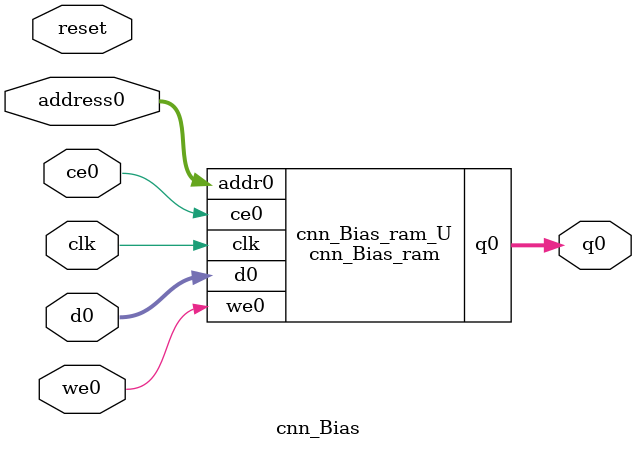
<source format=v>

`timescale 1 ns / 1 ps
module cnn_Bias_ram (addr0, ce0, d0, we0, q0,  clk);

parameter DWIDTH = 32;
parameter AWIDTH = 11;
parameter MEM_SIZE = 2000;

input[AWIDTH-1:0] addr0;
input ce0;
input[DWIDTH-1:0] d0;
input we0;
output reg[DWIDTH-1:0] q0;
input clk;

(* ram_style = "block" *)reg [DWIDTH-1:0] ram[0:MEM_SIZE-1];




always @(posedge clk)  
begin 
    if (ce0) 
    begin
        if (we0) 
        begin 
            ram[addr0] <= d0; 
            q0 <= d0;
        end 
        else 
            q0 <= ram[addr0];
    end
end


endmodule


`timescale 1 ns / 1 ps
module cnn_Bias(
    reset,
    clk,
    address0,
    ce0,
    we0,
    d0,
    q0);

parameter DataWidth = 32'd32;
parameter AddressRange = 32'd2000;
parameter AddressWidth = 32'd11;
input reset;
input clk;
input[AddressWidth - 1:0] address0;
input ce0;
input we0;
input[DataWidth - 1:0] d0;
output[DataWidth - 1:0] q0;



cnn_Bias_ram cnn_Bias_ram_U(
    .clk( clk ),
    .addr0( address0 ),
    .ce0( ce0 ),
    .d0( d0 ),
    .we0( we0 ),
    .q0( q0 ));

endmodule


</source>
